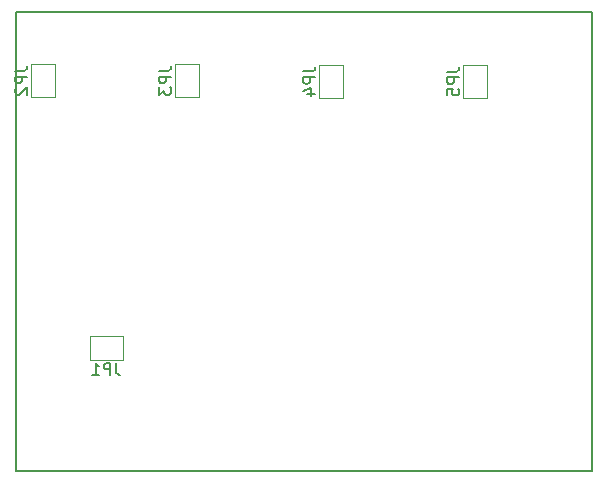
<source format=gbo>
G04 #@! TF.GenerationSoftware,KiCad,Pcbnew,(5.0.0-dirty)*
G04 #@! TF.CreationDate,2019-11-15T19:25:29+09:00*
G04 #@! TF.ProjectId,fake-fan-mk2,66616B652D66616E2D6D6B322E6B6963,rev?*
G04 #@! TF.SameCoordinates,Original*
G04 #@! TF.FileFunction,Legend,Bot*
G04 #@! TF.FilePolarity,Positive*
%FSLAX46Y46*%
G04 Gerber Fmt 4.6, Leading zero omitted, Abs format (unit mm)*
G04 Created by KiCad (PCBNEW (5.0.0-dirty)) date 11/15/19 19:25:29*
%MOMM*%
%LPD*%
G01*
G04 APERTURE LIST*
%ADD10C,0.200000*%
%ADD11C,0.120000*%
%ADD12C,0.150000*%
G04 APERTURE END LIST*
D10*
X14478000Y-53086000D02*
X14478000Y-14224000D01*
X63246000Y-53086000D02*
X14478000Y-53086000D01*
X63246000Y-14224000D02*
X63246000Y-53086000D01*
X14478000Y-14224000D02*
X63246000Y-14224000D01*
D11*
G04 #@! TO.C,JP1*
X20698000Y-43672000D02*
X23498000Y-43672000D01*
X23498000Y-43672000D02*
X23498000Y-41672000D01*
X23498000Y-41672000D02*
X20698000Y-41672000D01*
X20698000Y-41672000D02*
X20698000Y-43672000D01*
G04 #@! TO.C,JP2*
X17764000Y-18629000D02*
X15764000Y-18629000D01*
X17764000Y-21429000D02*
X17764000Y-18629000D01*
X15764000Y-21429000D02*
X17764000Y-21429000D01*
X15764000Y-18629000D02*
X15764000Y-21429000D01*
G04 #@! TO.C,JP3*
X27956000Y-18629000D02*
X27956000Y-21429000D01*
X27956000Y-21429000D02*
X29956000Y-21429000D01*
X29956000Y-21429000D02*
X29956000Y-18629000D01*
X29956000Y-18629000D02*
X27956000Y-18629000D01*
G04 #@! TO.C,JP4*
X42148000Y-18666000D02*
X40148000Y-18666000D01*
X42148000Y-21466000D02*
X42148000Y-18666000D01*
X40148000Y-21466000D02*
X42148000Y-21466000D01*
X40148000Y-18666000D02*
X40148000Y-21466000D01*
G04 #@! TO.C,JP5*
X54340000Y-18703000D02*
X52340000Y-18703000D01*
X54340000Y-21503000D02*
X54340000Y-18703000D01*
X52340000Y-21503000D02*
X54340000Y-21503000D01*
X52340000Y-18703000D02*
X52340000Y-21503000D01*
G04 #@! TD*
G04 #@! TO.C,JP1*
D12*
X22931333Y-43924380D02*
X22931333Y-44638666D01*
X22978952Y-44781523D01*
X23074190Y-44876761D01*
X23217047Y-44924380D01*
X23312285Y-44924380D01*
X22455142Y-44924380D02*
X22455142Y-43924380D01*
X22074190Y-43924380D01*
X21978952Y-43972000D01*
X21931333Y-44019619D01*
X21883714Y-44114857D01*
X21883714Y-44257714D01*
X21931333Y-44352952D01*
X21978952Y-44400571D01*
X22074190Y-44448190D01*
X22455142Y-44448190D01*
X20931333Y-44924380D02*
X21502761Y-44924380D01*
X21217047Y-44924380D02*
X21217047Y-43924380D01*
X21312285Y-44067238D01*
X21407523Y-44162476D01*
X21502761Y-44210095D01*
G04 #@! TO.C,JP2*
X14416380Y-19195666D02*
X15130666Y-19195666D01*
X15273523Y-19148047D01*
X15368761Y-19052809D01*
X15416380Y-18909952D01*
X15416380Y-18814714D01*
X15416380Y-19671857D02*
X14416380Y-19671857D01*
X14416380Y-20052809D01*
X14464000Y-20148047D01*
X14511619Y-20195666D01*
X14606857Y-20243285D01*
X14749714Y-20243285D01*
X14844952Y-20195666D01*
X14892571Y-20148047D01*
X14940190Y-20052809D01*
X14940190Y-19671857D01*
X14511619Y-20624238D02*
X14464000Y-20671857D01*
X14416380Y-20767095D01*
X14416380Y-21005190D01*
X14464000Y-21100428D01*
X14511619Y-21148047D01*
X14606857Y-21195666D01*
X14702095Y-21195666D01*
X14844952Y-21148047D01*
X15416380Y-20576619D01*
X15416380Y-21195666D01*
G04 #@! TO.C,JP3*
X26608380Y-19195666D02*
X27322666Y-19195666D01*
X27465523Y-19148047D01*
X27560761Y-19052809D01*
X27608380Y-18909952D01*
X27608380Y-18814714D01*
X27608380Y-19671857D02*
X26608380Y-19671857D01*
X26608380Y-20052809D01*
X26656000Y-20148047D01*
X26703619Y-20195666D01*
X26798857Y-20243285D01*
X26941714Y-20243285D01*
X27036952Y-20195666D01*
X27084571Y-20148047D01*
X27132190Y-20052809D01*
X27132190Y-19671857D01*
X26608380Y-20576619D02*
X26608380Y-21195666D01*
X26989333Y-20862333D01*
X26989333Y-21005190D01*
X27036952Y-21100428D01*
X27084571Y-21148047D01*
X27179809Y-21195666D01*
X27417904Y-21195666D01*
X27513142Y-21148047D01*
X27560761Y-21100428D01*
X27608380Y-21005190D01*
X27608380Y-20719476D01*
X27560761Y-20624238D01*
X27513142Y-20576619D01*
G04 #@! TO.C,JP4*
X38800380Y-19232666D02*
X39514666Y-19232666D01*
X39657523Y-19185047D01*
X39752761Y-19089809D01*
X39800380Y-18946952D01*
X39800380Y-18851714D01*
X39800380Y-19708857D02*
X38800380Y-19708857D01*
X38800380Y-20089809D01*
X38848000Y-20185047D01*
X38895619Y-20232666D01*
X38990857Y-20280285D01*
X39133714Y-20280285D01*
X39228952Y-20232666D01*
X39276571Y-20185047D01*
X39324190Y-20089809D01*
X39324190Y-19708857D01*
X39133714Y-21137428D02*
X39800380Y-21137428D01*
X38752761Y-20899333D02*
X39467047Y-20661238D01*
X39467047Y-21280285D01*
G04 #@! TO.C,JP5*
X50992380Y-19269666D02*
X51706666Y-19269666D01*
X51849523Y-19222047D01*
X51944761Y-19126809D01*
X51992380Y-18983952D01*
X51992380Y-18888714D01*
X51992380Y-19745857D02*
X50992380Y-19745857D01*
X50992380Y-20126809D01*
X51040000Y-20222047D01*
X51087619Y-20269666D01*
X51182857Y-20317285D01*
X51325714Y-20317285D01*
X51420952Y-20269666D01*
X51468571Y-20222047D01*
X51516190Y-20126809D01*
X51516190Y-19745857D01*
X50992380Y-21222047D02*
X50992380Y-20745857D01*
X51468571Y-20698238D01*
X51420952Y-20745857D01*
X51373333Y-20841095D01*
X51373333Y-21079190D01*
X51420952Y-21174428D01*
X51468571Y-21222047D01*
X51563809Y-21269666D01*
X51801904Y-21269666D01*
X51897142Y-21222047D01*
X51944761Y-21174428D01*
X51992380Y-21079190D01*
X51992380Y-20841095D01*
X51944761Y-20745857D01*
X51897142Y-20698238D01*
G04 #@! TD*
M02*

</source>
